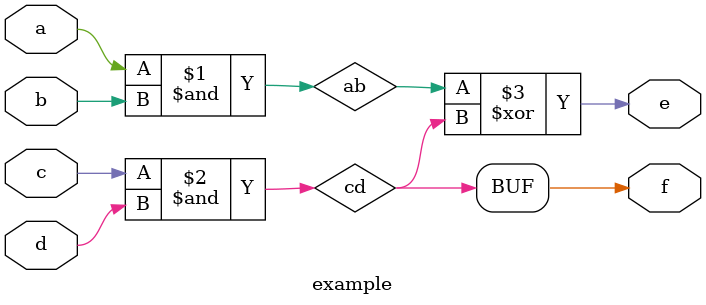
<source format=sv>
module example(
    input logic a,
    input logic b, 
    input logic c, 
    input logic d, 
    output logic e,
    output logic f
);

logic ab;
logic cd;

assign ab = a & b; 
assign cd = c & d;

assign e = ab ^ cd;
assign f = cd;


endmodule
</source>
